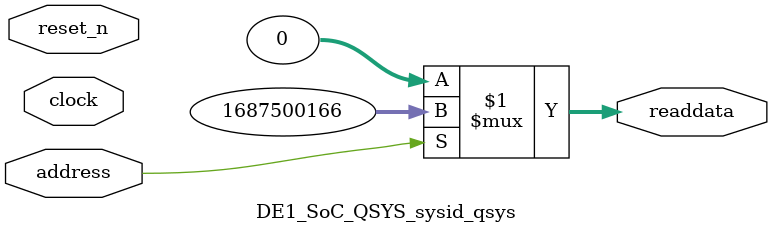
<source format=v>



// synthesis translate_off
`timescale 1ns / 1ps
// synthesis translate_on

// turn off superfluous verilog processor warnings 
// altera message_level Level1 
// altera message_off 10034 10035 10036 10037 10230 10240 10030 

module DE1_SoC_QSYS_sysid_qsys (
               // inputs:
                address,
                clock,
                reset_n,

               // outputs:
                readdata
             )
;

  output  [ 31: 0] readdata;
  input            address;
  input            clock;
  input            reset_n;

  wire    [ 31: 0] readdata;
  //control_slave, which is an e_avalon_slave
  assign readdata = address ? 1687500166 : 0;

endmodule



</source>
